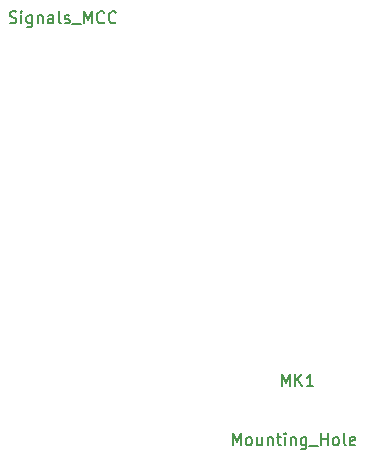
<source format=gbr>
G04 #@! TF.GenerationSoftware,KiCad,Pcbnew,(5.0.0-rc2-dev-586-g888c43477)*
G04 #@! TF.CreationDate,2018-06-03T12:09:19-03:00*
G04 #@! TF.ProjectId,Signal,5369676E616C2E6B696361645F706362,rev?*
G04 #@! TF.SameCoordinates,Original*
G04 #@! TF.FileFunction,Other,Fab,Top*
%FSLAX46Y46*%
G04 Gerber Fmt 4.6, Leading zero omitted, Abs format (unit mm)*
G04 Created by KiCad (PCBNEW (5.0.0-rc2-dev-586-g888c43477)) date 06/03/18 12:09:19*
%MOMM*%
%LPD*%
G01*
G04 APERTURE LIST*
%ADD10C,0.150000*%
G04 APERTURE END LIST*
D10*
X42839333Y-43298380D02*
X42839333Y-42298380D01*
X43172666Y-43012666D01*
X43506000Y-42298380D01*
X43506000Y-43298380D01*
X44125047Y-43298380D02*
X44029809Y-43250761D01*
X43982190Y-43203142D01*
X43934571Y-43107904D01*
X43934571Y-42822190D01*
X43982190Y-42726952D01*
X44029809Y-42679333D01*
X44125047Y-42631714D01*
X44267904Y-42631714D01*
X44363142Y-42679333D01*
X44410761Y-42726952D01*
X44458380Y-42822190D01*
X44458380Y-43107904D01*
X44410761Y-43203142D01*
X44363142Y-43250761D01*
X44267904Y-43298380D01*
X44125047Y-43298380D01*
X45315523Y-42631714D02*
X45315523Y-43298380D01*
X44886952Y-42631714D02*
X44886952Y-43155523D01*
X44934571Y-43250761D01*
X45029809Y-43298380D01*
X45172666Y-43298380D01*
X45267904Y-43250761D01*
X45315523Y-43203142D01*
X45791714Y-42631714D02*
X45791714Y-43298380D01*
X45791714Y-42726952D02*
X45839333Y-42679333D01*
X45934571Y-42631714D01*
X46077428Y-42631714D01*
X46172666Y-42679333D01*
X46220285Y-42774571D01*
X46220285Y-43298380D01*
X46553619Y-42631714D02*
X46934571Y-42631714D01*
X46696476Y-42298380D02*
X46696476Y-43155523D01*
X46744095Y-43250761D01*
X46839333Y-43298380D01*
X46934571Y-43298380D01*
X47267904Y-43298380D02*
X47267904Y-42631714D01*
X47267904Y-42298380D02*
X47220285Y-42346000D01*
X47267904Y-42393619D01*
X47315523Y-42346000D01*
X47267904Y-42298380D01*
X47267904Y-42393619D01*
X47744095Y-42631714D02*
X47744095Y-43298380D01*
X47744095Y-42726952D02*
X47791714Y-42679333D01*
X47886952Y-42631714D01*
X48029809Y-42631714D01*
X48125047Y-42679333D01*
X48172666Y-42774571D01*
X48172666Y-43298380D01*
X49077428Y-42631714D02*
X49077428Y-43441238D01*
X49029809Y-43536476D01*
X48982190Y-43584095D01*
X48886952Y-43631714D01*
X48744095Y-43631714D01*
X48648857Y-43584095D01*
X49077428Y-43250761D02*
X48982190Y-43298380D01*
X48791714Y-43298380D01*
X48696476Y-43250761D01*
X48648857Y-43203142D01*
X48601238Y-43107904D01*
X48601238Y-42822190D01*
X48648857Y-42726952D01*
X48696476Y-42679333D01*
X48791714Y-42631714D01*
X48982190Y-42631714D01*
X49077428Y-42679333D01*
X49315523Y-43393619D02*
X50077428Y-43393619D01*
X50315523Y-43298380D02*
X50315523Y-42298380D01*
X50315523Y-42774571D02*
X50886952Y-42774571D01*
X50886952Y-43298380D02*
X50886952Y-42298380D01*
X51506000Y-43298380D02*
X51410761Y-43250761D01*
X51363142Y-43203142D01*
X51315523Y-43107904D01*
X51315523Y-42822190D01*
X51363142Y-42726952D01*
X51410761Y-42679333D01*
X51506000Y-42631714D01*
X51648857Y-42631714D01*
X51744095Y-42679333D01*
X51791714Y-42726952D01*
X51839333Y-42822190D01*
X51839333Y-43107904D01*
X51791714Y-43203142D01*
X51744095Y-43250761D01*
X51648857Y-43298380D01*
X51506000Y-43298380D01*
X52410761Y-43298380D02*
X52315523Y-43250761D01*
X52267904Y-43155523D01*
X52267904Y-42298380D01*
X53172666Y-43250761D02*
X53077428Y-43298380D01*
X52886952Y-43298380D01*
X52791714Y-43250761D01*
X52744095Y-43155523D01*
X52744095Y-42774571D01*
X52791714Y-42679333D01*
X52886952Y-42631714D01*
X53077428Y-42631714D01*
X53172666Y-42679333D01*
X53220285Y-42774571D01*
X53220285Y-42869809D01*
X52744095Y-42965047D01*
X46996476Y-38298380D02*
X46996476Y-37298380D01*
X47329809Y-38012666D01*
X47663142Y-37298380D01*
X47663142Y-38298380D01*
X48139333Y-38298380D02*
X48139333Y-37298380D01*
X48710761Y-38298380D02*
X48282190Y-37726952D01*
X48710761Y-37298380D02*
X48139333Y-37869809D01*
X49663142Y-38298380D02*
X49091714Y-38298380D01*
X49377428Y-38298380D02*
X49377428Y-37298380D01*
X49282190Y-37441238D01*
X49186952Y-37536476D01*
X49091714Y-37584095D01*
X23948000Y-7524761D02*
X24090857Y-7572380D01*
X24328952Y-7572380D01*
X24424190Y-7524761D01*
X24471809Y-7477142D01*
X24519428Y-7381904D01*
X24519428Y-7286666D01*
X24471809Y-7191428D01*
X24424190Y-7143809D01*
X24328952Y-7096190D01*
X24138476Y-7048571D01*
X24043238Y-7000952D01*
X23995619Y-6953333D01*
X23948000Y-6858095D01*
X23948000Y-6762857D01*
X23995619Y-6667619D01*
X24043238Y-6620000D01*
X24138476Y-6572380D01*
X24376571Y-6572380D01*
X24519428Y-6620000D01*
X24948000Y-7572380D02*
X24948000Y-6905714D01*
X24948000Y-6572380D02*
X24900380Y-6620000D01*
X24948000Y-6667619D01*
X24995619Y-6620000D01*
X24948000Y-6572380D01*
X24948000Y-6667619D01*
X25852761Y-6905714D02*
X25852761Y-7715238D01*
X25805142Y-7810476D01*
X25757523Y-7858095D01*
X25662285Y-7905714D01*
X25519428Y-7905714D01*
X25424190Y-7858095D01*
X25852761Y-7524761D02*
X25757523Y-7572380D01*
X25567047Y-7572380D01*
X25471809Y-7524761D01*
X25424190Y-7477142D01*
X25376571Y-7381904D01*
X25376571Y-7096190D01*
X25424190Y-7000952D01*
X25471809Y-6953333D01*
X25567047Y-6905714D01*
X25757523Y-6905714D01*
X25852761Y-6953333D01*
X26328952Y-6905714D02*
X26328952Y-7572380D01*
X26328952Y-7000952D02*
X26376571Y-6953333D01*
X26471809Y-6905714D01*
X26614666Y-6905714D01*
X26709904Y-6953333D01*
X26757523Y-7048571D01*
X26757523Y-7572380D01*
X27662285Y-7572380D02*
X27662285Y-7048571D01*
X27614666Y-6953333D01*
X27519428Y-6905714D01*
X27328952Y-6905714D01*
X27233714Y-6953333D01*
X27662285Y-7524761D02*
X27567047Y-7572380D01*
X27328952Y-7572380D01*
X27233714Y-7524761D01*
X27186095Y-7429523D01*
X27186095Y-7334285D01*
X27233714Y-7239047D01*
X27328952Y-7191428D01*
X27567047Y-7191428D01*
X27662285Y-7143809D01*
X28281333Y-7572380D02*
X28186095Y-7524761D01*
X28138476Y-7429523D01*
X28138476Y-6572380D01*
X28614666Y-7524761D02*
X28709904Y-7572380D01*
X28900380Y-7572380D01*
X28995619Y-7524761D01*
X29043238Y-7429523D01*
X29043238Y-7381904D01*
X28995619Y-7286666D01*
X28900380Y-7239047D01*
X28757523Y-7239047D01*
X28662285Y-7191428D01*
X28614666Y-7096190D01*
X28614666Y-7048571D01*
X28662285Y-6953333D01*
X28757523Y-6905714D01*
X28900380Y-6905714D01*
X28995619Y-6953333D01*
X29233714Y-7667619D02*
X29995619Y-7667619D01*
X30233714Y-7572380D02*
X30233714Y-6572380D01*
X30567047Y-7286666D01*
X30900380Y-6572380D01*
X30900380Y-7572380D01*
X31948000Y-7477142D02*
X31900380Y-7524761D01*
X31757523Y-7572380D01*
X31662285Y-7572380D01*
X31519428Y-7524761D01*
X31424190Y-7429523D01*
X31376571Y-7334285D01*
X31328952Y-7143809D01*
X31328952Y-7000952D01*
X31376571Y-6810476D01*
X31424190Y-6715238D01*
X31519428Y-6620000D01*
X31662285Y-6572380D01*
X31757523Y-6572380D01*
X31900380Y-6620000D01*
X31948000Y-6667619D01*
X32948000Y-7477142D02*
X32900380Y-7524761D01*
X32757523Y-7572380D01*
X32662285Y-7572380D01*
X32519428Y-7524761D01*
X32424190Y-7429523D01*
X32376571Y-7334285D01*
X32328952Y-7143809D01*
X32328952Y-7000952D01*
X32376571Y-6810476D01*
X32424190Y-6715238D01*
X32519428Y-6620000D01*
X32662285Y-6572380D01*
X32757523Y-6572380D01*
X32900380Y-6620000D01*
X32948000Y-6667619D01*
M02*

</source>
